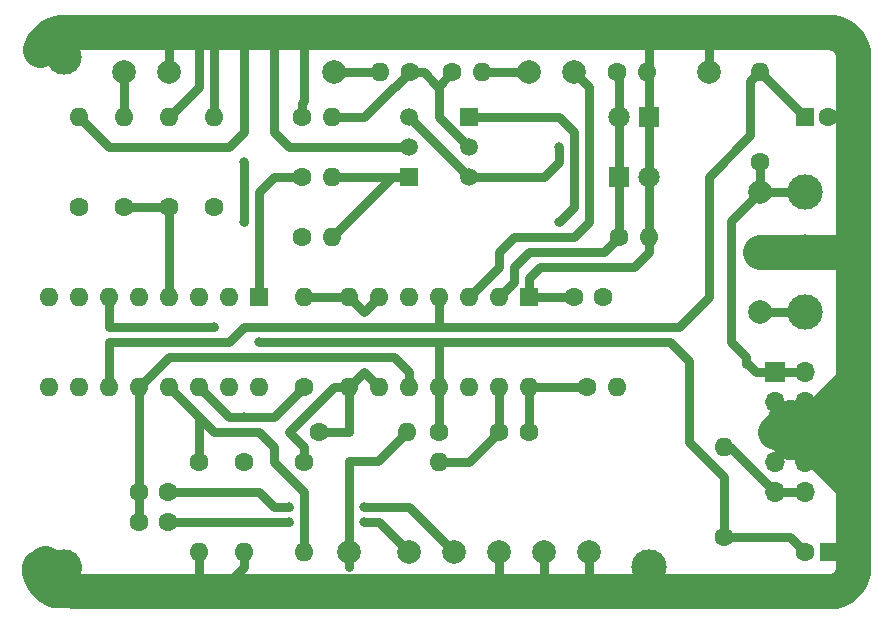
<source format=gbr>
G04 #@! TF.GenerationSoftware,KiCad,Pcbnew,(5.1.0-0)*
G04 #@! TF.CreationDate,2019-04-30T17:26:27+01:00*
G04 #@! TF.ProjectId,MS20filter,4d533230-6669-46c7-9465-722e6b696361,rev?*
G04 #@! TF.SameCoordinates,Original*
G04 #@! TF.FileFunction,Copper,L2,Bot*
G04 #@! TF.FilePolarity,Positive*
%FSLAX46Y46*%
G04 Gerber Fmt 4.6, Leading zero omitted, Abs format (unit mm)*
G04 Created by KiCad (PCBNEW (5.1.0-0)) date 2019-04-30 17:26:27*
%MOMM*%
%LPD*%
G04 APERTURE LIST*
%ADD10C,3.000000*%
%ADD11O,1.600000X1.600000*%
%ADD12C,1.600000*%
%ADD13C,1.998980*%
%ADD14C,1.500000*%
%ADD15R,1.500000X1.500000*%
%ADD16R,1.800000X1.800000*%
%ADD17C,1.800000*%
%ADD18R,1.600000X1.600000*%
%ADD19R,1.700000X1.700000*%
%ADD20O,1.700000X1.700000*%
%ADD21C,0.800000*%
%ADD22C,3.000000*%
%ADD23C,0.750000*%
G04 APERTURE END LIST*
D10*
X196850000Y-31750000D03*
X196850000Y-74930000D03*
X246380000Y-74930000D03*
D11*
X225940000Y-63500000D03*
D12*
X218440000Y-63500000D03*
D13*
X251460000Y-33020000D03*
X241300000Y-73660000D03*
X237490000Y-73660000D03*
X201930000Y-33020000D03*
D12*
X205700000Y-71120000D03*
X203200000Y-71120000D03*
D13*
X229870000Y-73660000D03*
X233680000Y-73660000D03*
X226060000Y-73660000D03*
D12*
X198120000Y-44450000D03*
D11*
X198120000Y-36830000D03*
D12*
X217070000Y-46990000D03*
D11*
X219610000Y-46990000D03*
D12*
X208280000Y-66040000D03*
D11*
X208280000Y-73660000D03*
D12*
X212090000Y-66040000D03*
D11*
X212090000Y-73660000D03*
X217170000Y-73660000D03*
D12*
X217170000Y-66040000D03*
D13*
X205740000Y-33020000D03*
D11*
X201930000Y-36830000D03*
D12*
X201930000Y-44450000D03*
D11*
X209550000Y-36830000D03*
D12*
X209550000Y-44450000D03*
X205740000Y-44450000D03*
D11*
X205740000Y-36830000D03*
X219540000Y-41910000D03*
D12*
X217000000Y-41910000D03*
D11*
X219540000Y-36830000D03*
D12*
X217000000Y-36830000D03*
D13*
X219710000Y-33020000D03*
X236220000Y-33020000D03*
D12*
X226160000Y-33020000D03*
D11*
X223620000Y-33020000D03*
D12*
X229770000Y-33020000D03*
D11*
X232310000Y-33020000D03*
X243740000Y-59690000D03*
D12*
X241200000Y-59690000D03*
X228600000Y-63500000D03*
D11*
X228600000Y-66040000D03*
D14*
X231140000Y-39370000D03*
X231140000Y-41910000D03*
D15*
X231140000Y-36830000D03*
X226060000Y-41910000D03*
D14*
X226060000Y-36830000D03*
X226060000Y-39370000D03*
D12*
X217170000Y-59690000D03*
D11*
X217170000Y-52070000D03*
D13*
X240030000Y-33020000D03*
D12*
X243740000Y-33020000D03*
D11*
X246280000Y-33020000D03*
D16*
X246380000Y-36830000D03*
D17*
X243840000Y-36830000D03*
X246380000Y-41910000D03*
D16*
X243840000Y-41910000D03*
D11*
X246380000Y-46990000D03*
D12*
X243840000Y-46990000D03*
D13*
X220980000Y-73660000D03*
D12*
X233720000Y-63500000D03*
X236220000Y-63500000D03*
X242530000Y-52070000D03*
X240030000Y-52070000D03*
X203200000Y-68580000D03*
X205700000Y-68580000D03*
D11*
X213360000Y-59690000D03*
X195580000Y-52070000D03*
X210820000Y-59690000D03*
X198120000Y-52070000D03*
X208280000Y-59690000D03*
X200660000Y-52070000D03*
X205740000Y-59690000D03*
X203200000Y-52070000D03*
X203200000Y-59690000D03*
X205740000Y-52070000D03*
X200660000Y-59690000D03*
X208280000Y-52070000D03*
X198120000Y-59690000D03*
X210820000Y-52070000D03*
X195580000Y-59690000D03*
D18*
X213360000Y-52070000D03*
D11*
X236220000Y-59690000D03*
X220980000Y-52070000D03*
X233680000Y-59690000D03*
X223520000Y-52070000D03*
X231140000Y-59690000D03*
X226060000Y-52070000D03*
X228600000Y-59690000D03*
X228600000Y-52070000D03*
X226060000Y-59690000D03*
X231140000Y-52070000D03*
X223520000Y-59690000D03*
X233680000Y-52070000D03*
X220980000Y-59690000D03*
D18*
X236220000Y-52070000D03*
D11*
X255800000Y-33020000D03*
D12*
X255800000Y-40640000D03*
D18*
X261620000Y-73660000D03*
D12*
X259620000Y-73660000D03*
D19*
X257070000Y-58420000D03*
D20*
X259610000Y-58420000D03*
X257070000Y-60960000D03*
X259610000Y-60960000D03*
X257070000Y-63500000D03*
X259610000Y-63500000D03*
X257070000Y-66040000D03*
X259610000Y-66040000D03*
X257070000Y-68580000D03*
X259610000Y-68580000D03*
D10*
X259610000Y-53340000D03*
X259610000Y-48260000D03*
X259610000Y-43180000D03*
D13*
X255800000Y-53340000D03*
X255800000Y-48260000D03*
D12*
X261610000Y-36830000D03*
D18*
X259610000Y-36830000D03*
D11*
X252730000Y-64770000D03*
D12*
X252730000Y-72390000D03*
D13*
X255800000Y-43180000D03*
D21*
X209550000Y-54610000D03*
X213360000Y-55880000D03*
X231140000Y-66040000D03*
X238760000Y-45720000D03*
X238760000Y-39370000D03*
X212090000Y-62230000D03*
X212090000Y-45720000D03*
X212090000Y-40640000D03*
X215900000Y-69850000D03*
X215900000Y-71120000D03*
X222250000Y-69850000D03*
X222250000Y-71120000D03*
D22*
X257919999Y-62650001D02*
X257919999Y-62339999D01*
X257070000Y-63500000D02*
X257919999Y-62650001D01*
X258230001Y-62339999D02*
X258340000Y-62230000D01*
X257919999Y-62339999D02*
X258230001Y-62339999D01*
D23*
X259610000Y-53340000D02*
X255800000Y-53340000D01*
X257070000Y-58420000D02*
X259610000Y-58420000D01*
X257070000Y-68580000D02*
X259610000Y-68580000D01*
X257070000Y-68580000D02*
X253260000Y-64770000D01*
X255800000Y-40640000D02*
X255800000Y-43180000D01*
X255800000Y-43180000D02*
X259610000Y-43180000D01*
X258075000Y-35295000D02*
X259610000Y-36830000D01*
X255800000Y-33020000D02*
X258075000Y-35295000D01*
X257070000Y-58420000D02*
X255470000Y-58420000D01*
X258350000Y-72390000D02*
X259620000Y-73660000D01*
X252730000Y-72390000D02*
X258350000Y-72390000D01*
X261620000Y-73660000D02*
X264160000Y-73660000D01*
X246380000Y-54610000D02*
X247650000Y-54610000D01*
X247650000Y-54610000D02*
X248920000Y-54610000D01*
X228600000Y-52070000D02*
X228600000Y-54610000D01*
X247650000Y-54610000D02*
X228600000Y-54610000D01*
X209550000Y-54610000D02*
X209550000Y-54610000D01*
X212090000Y-54610000D02*
X210820000Y-55880000D01*
X213360000Y-55880000D02*
X213360000Y-55880000D01*
X200660000Y-55880000D02*
X200660000Y-59690000D01*
X210820000Y-55880000D02*
X200660000Y-55880000D01*
X228600000Y-55880000D02*
X228600000Y-59690000D01*
X209550000Y-54610000D02*
X200660000Y-54610000D01*
X200660000Y-54610000D02*
X200660000Y-52070000D01*
X203200000Y-59690000D02*
X203200000Y-63500000D01*
X203200000Y-59690000D02*
X205740000Y-57150000D01*
X224790000Y-57150000D02*
X226060000Y-58420000D01*
X226060000Y-58420000D02*
X226060000Y-59690000D01*
X223520000Y-59690000D02*
X222250000Y-58420000D01*
X222250000Y-58420000D02*
X220980000Y-59690000D01*
X236220000Y-52070000D02*
X240030000Y-52070000D01*
X236220000Y-59690000D02*
X236220000Y-63500000D01*
X233720000Y-59730000D02*
X233680000Y-59690000D01*
X233720000Y-63500000D02*
X233720000Y-59730000D01*
X220980000Y-63500000D02*
X220980000Y-59690000D01*
X220980000Y-66000000D02*
X220980000Y-74930000D01*
X243840000Y-46990000D02*
X243840000Y-36830000D01*
X246380000Y-36830000D02*
X246380000Y-46990000D01*
X243840000Y-33120000D02*
X243740000Y-33020000D01*
X243840000Y-36830000D02*
X243840000Y-33120000D01*
X246380000Y-36830000D02*
X246380000Y-29210000D01*
X236220000Y-50520000D02*
X237210000Y-49530000D01*
X236220000Y-52070000D02*
X236220000Y-50520000D01*
X237210000Y-49530000D02*
X245110000Y-49530000D01*
X245110000Y-49530000D02*
X246380000Y-48260000D01*
X246380000Y-48260000D02*
X246380000Y-46990000D01*
X243840000Y-46990000D02*
X242570000Y-48260000D01*
X242570000Y-48260000D02*
X236220000Y-48260000D01*
X236220000Y-48260000D02*
X234950000Y-49530000D01*
X234950000Y-50800000D02*
X233680000Y-52070000D01*
X234950000Y-49530000D02*
X234950000Y-50800000D01*
X220980000Y-52070000D02*
X222250000Y-53340000D01*
X222250000Y-53340000D02*
X223520000Y-52070000D01*
X231140000Y-52070000D02*
X233680000Y-49530000D01*
X233680000Y-49530000D02*
X233680000Y-48260000D01*
X233680000Y-48260000D02*
X234950000Y-46990000D01*
X234950000Y-46990000D02*
X240030000Y-46990000D01*
X240030000Y-46990000D02*
X241300000Y-45720000D01*
X241300000Y-45720000D02*
X241300000Y-34290000D01*
X241300000Y-34290000D02*
X240030000Y-33020000D01*
X212090000Y-54610000D02*
X228600000Y-54610000D01*
X213360000Y-55880000D02*
X228600000Y-55880000D01*
X205740000Y-57150000D02*
X224790000Y-57150000D01*
X228600000Y-59690000D02*
X228600000Y-63500000D01*
X231180000Y-66040000D02*
X233720000Y-63500000D01*
X228600000Y-66040000D02*
X231140000Y-66040000D01*
X231140000Y-66040000D02*
X231180000Y-66040000D01*
X238760000Y-45720000D02*
X240030000Y-44450000D01*
X240030000Y-44450000D02*
X240030000Y-38100000D01*
X240030000Y-38100000D02*
X238760000Y-36830000D01*
X238760000Y-36830000D02*
X231140000Y-36830000D01*
X231140000Y-41910000D02*
X226060000Y-36830000D01*
X236220000Y-59690000D02*
X241200000Y-59690000D01*
X231140000Y-41910000D02*
X237490000Y-41910000D01*
X237490000Y-41910000D02*
X238760000Y-40640000D01*
X238760000Y-40640000D02*
X238760000Y-39370000D01*
X228600000Y-34190000D02*
X229770000Y-33020000D01*
X228600000Y-36830000D02*
X228600000Y-34190000D01*
X231140000Y-39370000D02*
X228600000Y-36830000D01*
X228600000Y-34190000D02*
X228500000Y-34190000D01*
X227330000Y-33020000D02*
X226160000Y-33020000D01*
X228500000Y-34190000D02*
X227330000Y-33020000D01*
X223620000Y-33020000D02*
X219710000Y-33020000D01*
X232310000Y-33020000D02*
X236220000Y-33020000D01*
X222250000Y-36830000D02*
X219540000Y-36830000D01*
X224790000Y-34290000D02*
X222250000Y-36830000D01*
X224890000Y-34290000D02*
X224790000Y-34290000D01*
X226160000Y-33020000D02*
X224890000Y-34290000D01*
X217000000Y-35698630D02*
X217170000Y-35528630D01*
X217000000Y-36830000D02*
X217000000Y-35698630D01*
X217170000Y-35528630D02*
X217170000Y-29210000D01*
X226060000Y-39370000D02*
X215900000Y-39370000D01*
X215900000Y-39370000D02*
X214630000Y-38100000D01*
X214630000Y-38100000D02*
X214630000Y-29210000D01*
X217000000Y-41910000D02*
X214630000Y-41910000D01*
X214630000Y-41910000D02*
X213360000Y-43180000D01*
X213360000Y-43180000D02*
X213360000Y-52070000D01*
X205740000Y-52070000D02*
X205740000Y-49530000D01*
X205740000Y-45720000D02*
X205740000Y-49530000D01*
X205740000Y-44450000D02*
X205740000Y-45720000D01*
X209550000Y-36830000D02*
X209550000Y-30480000D01*
X209550000Y-30480000D02*
X209550000Y-29210000D01*
X214630000Y-62230000D02*
X217170000Y-59690000D01*
X208280000Y-59690000D02*
X210820000Y-62230000D01*
X210820000Y-62230000D02*
X212090000Y-62230000D01*
X217170000Y-52070000D02*
X220980000Y-52070000D01*
X201930000Y-44450000D02*
X205740000Y-44450000D01*
X201930000Y-36830000D02*
X201930000Y-33020000D01*
X213360000Y-63500000D02*
X209550000Y-63500000D01*
X217170000Y-68580000D02*
X214630000Y-66040000D01*
X214630000Y-64770000D02*
X213360000Y-63500000D01*
X214630000Y-66040000D02*
X214630000Y-64770000D01*
X217170000Y-72390000D02*
X217170000Y-68580000D01*
X217170000Y-72390000D02*
X217170000Y-73660000D01*
X212090000Y-62230000D02*
X214630000Y-62230000D01*
X208280000Y-62230000D02*
X208280000Y-66040000D01*
X209550000Y-63500000D02*
X208280000Y-62230000D01*
X208280000Y-62230000D02*
X205740000Y-59690000D01*
X224690000Y-41910000D02*
X224790000Y-41910000D01*
X219610000Y-46990000D02*
X224690000Y-41910000D01*
X224790000Y-41910000D02*
X219540000Y-41910000D01*
X226060000Y-41910000D02*
X224790000Y-41910000D01*
X198120000Y-36830000D02*
X200660000Y-39370000D01*
X200660000Y-39370000D02*
X209550000Y-39370000D01*
X209550000Y-39370000D02*
X210820000Y-39370000D01*
X210820000Y-39370000D02*
X212090000Y-38100000D01*
X212090000Y-38100000D02*
X212090000Y-29210000D01*
X212090000Y-40640000D02*
X212090000Y-45720000D01*
D22*
X196850000Y-74930000D02*
X194765240Y-74930000D01*
X195116590Y-76088238D02*
X195155399Y-76144312D01*
X195079612Y-76030886D02*
X195116590Y-76088238D01*
X195044529Y-75972353D02*
X195079612Y-76030886D01*
X195011406Y-75912752D02*
X195044529Y-75972353D01*
X194980241Y-75852077D02*
X195011406Y-75912752D01*
X194951060Y-75790379D02*
X194980241Y-75852077D01*
X194923928Y-75727793D02*
X194951060Y-75790379D01*
X194898860Y-75664356D02*
X194923928Y-75727793D01*
X194875872Y-75600107D02*
X194898860Y-75664356D01*
X194855000Y-75535146D02*
X194875872Y-75600107D01*
X194836272Y-75469563D02*
X194855000Y-75535146D01*
X194819696Y-75403386D02*
X194836272Y-75469563D01*
X194805292Y-75336689D02*
X194819696Y-75403386D01*
X194766356Y-74998229D02*
X194769702Y-75066335D01*
X194793085Y-75269600D02*
X194805292Y-75336689D01*
X194783073Y-75202097D02*
X194793085Y-75269600D01*
X194775275Y-75134310D02*
X194783073Y-75202097D01*
X194769702Y-75066335D02*
X194775275Y-75134310D01*
X195196039Y-76199110D02*
X195238448Y-76252544D01*
X195155399Y-76144312D02*
X195196039Y-76199110D01*
X194765240Y-74930000D02*
X194766356Y-74998229D01*
X195989623Y-76828940D02*
X196052192Y-76856065D01*
X195927927Y-76799760D02*
X195989623Y-76828940D01*
X195867249Y-76768593D02*
X195927927Y-76799760D01*
X195807633Y-76735462D02*
X195867249Y-76768593D01*
X195238448Y-76252544D02*
X195527453Y-76541549D01*
X195580882Y-76583953D02*
X195635689Y-76624601D01*
X195635689Y-76624601D02*
X195691743Y-76663397D01*
X195749099Y-76700378D02*
X195807633Y-76735462D01*
X195691743Y-76663397D02*
X195749099Y-76700378D01*
X195527453Y-76541549D02*
X195580882Y-76583953D01*
X197506065Y-76856065D02*
X197664990Y-77014990D01*
X196052192Y-76856065D02*
X197506065Y-76856065D01*
X197664990Y-77014990D02*
X199390000Y-77014990D01*
X242114990Y-77014990D02*
X248920000Y-77014990D01*
X262834322Y-76624592D02*
X262889120Y-76583951D01*
X262662365Y-76735463D02*
X262720882Y-76700390D01*
X262354364Y-76881136D02*
X262417789Y-76856073D01*
X262026696Y-76974705D02*
X262093399Y-76960299D01*
X261959604Y-76986913D02*
X262026696Y-76974705D01*
X261892096Y-76996926D02*
X261959604Y-76986913D01*
X262290120Y-76904122D02*
X262354364Y-76881136D01*
X261824284Y-77004727D02*
X261892096Y-76996926D01*
X262225160Y-76924994D02*
X262290120Y-76904122D01*
X261756334Y-77010298D02*
X261824284Y-77004727D01*
X262889120Y-76583951D02*
X262942562Y-76541536D01*
X262159582Y-76943721D02*
X262225160Y-76924994D01*
X261688230Y-77013643D02*
X261756334Y-77010298D01*
X262778230Y-76663414D02*
X262834322Y-76624592D01*
X262602742Y-76768598D02*
X262662365Y-76735463D01*
X262480373Y-76828942D02*
X262542074Y-76799760D01*
X248920000Y-77014990D02*
X261605889Y-77014990D01*
X262417789Y-76856073D02*
X262480373Y-76828942D01*
X261605889Y-77014990D02*
X261688230Y-77013643D01*
X262720882Y-76700390D02*
X262778230Y-76663414D01*
X262542074Y-76799760D02*
X262602742Y-76768598D01*
X262093399Y-76960299D02*
X262159582Y-76943721D01*
X263458599Y-75912738D02*
X263489762Y-75852069D01*
X263425469Y-75972353D02*
X263458599Y-75912738D01*
X263390400Y-76030863D02*
X263425469Y-75972353D01*
X263353399Y-76088251D02*
X263390400Y-76030863D01*
X262942562Y-76541536D02*
X263231542Y-76252555D01*
X263273951Y-76199120D02*
X263314598Y-76144314D01*
X263314598Y-76144314D02*
X263353399Y-76088251D01*
X263231542Y-76252555D02*
X263273951Y-76199120D01*
X263676912Y-75269601D02*
X263686925Y-75202093D01*
X263686925Y-75202093D02*
X263694724Y-75134300D01*
X263633722Y-75469574D02*
X263650302Y-75403381D01*
X263614997Y-75535148D02*
X263633722Y-75469574D01*
X263571135Y-75664363D02*
X263594127Y-75600103D01*
X263518930Y-75790398D02*
X263546069Y-75727796D01*
X263664705Y-75336691D02*
X263676912Y-75269601D01*
X263650302Y-75403381D02*
X263664705Y-75336691D01*
X263594127Y-75600103D02*
X263614997Y-75535148D01*
X263546069Y-75727796D02*
X263571135Y-75664363D01*
X263489762Y-75852069D02*
X263518930Y-75790398D01*
X263094146Y-30275851D02*
X263045129Y-30228412D01*
X263141592Y-30324875D02*
X263094146Y-30275851D01*
X263187405Y-30375422D02*
X263141592Y-30324875D01*
X263231536Y-30427437D02*
X263187405Y-30375422D01*
X263273951Y-30480879D02*
X263231536Y-30427437D01*
X263314592Y-30535677D02*
X263273951Y-30480879D01*
X263353405Y-30591756D02*
X263314592Y-30535677D01*
X263458604Y-30767268D02*
X263425468Y-30707643D01*
X263390388Y-30649115D02*
X263353405Y-30591756D01*
X263425468Y-30707643D02*
X263390388Y-30649115D01*
X263489760Y-30827925D02*
X263458604Y-30767268D01*
X263518942Y-30889626D02*
X263489760Y-30827925D01*
X263594122Y-31079879D02*
X263571136Y-31015635D01*
X263571136Y-31015635D02*
X263546073Y-30952210D01*
X263633721Y-31210417D02*
X263614994Y-31144839D01*
X263703643Y-31681769D02*
X263700298Y-31613665D01*
X263650299Y-31276600D02*
X263633721Y-31210417D01*
X263664705Y-31343303D02*
X263650299Y-31276600D01*
X263694724Y-75134300D02*
X263694724Y-74125276D01*
X263686926Y-31477903D02*
X263676913Y-31410395D01*
X263676913Y-31410395D02*
X263664705Y-31343303D01*
X263694724Y-74125276D02*
X263704990Y-74115010D01*
X263694727Y-31545715D02*
X263686926Y-31477903D01*
X263546073Y-30952210D02*
X263518942Y-30889626D01*
X263614994Y-31144839D02*
X263594122Y-31079879D01*
X263704990Y-31764110D02*
X263703643Y-31681769D01*
X263700298Y-31613665D02*
X263694727Y-31545715D01*
X261892099Y-29683075D02*
X261824291Y-29675275D01*
X261959589Y-29693085D02*
X261892099Y-29683075D01*
X262026705Y-29705297D02*
X261959589Y-29693085D01*
X262093388Y-29719698D02*
X262026705Y-29705297D01*
X262159563Y-29736274D02*
X262093388Y-29719698D01*
X262225164Y-29755007D02*
X262159563Y-29736274D01*
X262290105Y-29775872D02*
X262225164Y-29755007D01*
X262354352Y-29798860D02*
X262290105Y-29775872D01*
X262417800Y-29823932D02*
X262354352Y-29798860D01*
X262480380Y-29851061D02*
X262417800Y-29823932D01*
X262542085Y-29880245D02*
X262480380Y-29851061D01*
X262602753Y-29911407D02*
X262542085Y-29880245D01*
X262662365Y-29944536D02*
X262602753Y-29911407D01*
X263045129Y-30228412D02*
X262994575Y-30182593D01*
X262889121Y-30096048D02*
X262834327Y-30055411D01*
X262720879Y-29979608D02*
X262662365Y-29944536D01*
X262778232Y-30016587D02*
X262720879Y-29979608D01*
X262994575Y-30182593D02*
X262942550Y-30138453D01*
X262834327Y-30055411D02*
X262778232Y-30016587D01*
X262942550Y-30138453D02*
X262889121Y-30096048D01*
X196510395Y-29693086D02*
X196443303Y-29705294D01*
X196443303Y-29705294D02*
X196376600Y-29719700D01*
X195989626Y-29851057D02*
X195927925Y-29880239D01*
X196052210Y-29823926D02*
X195989626Y-29851057D01*
X196115635Y-29798863D02*
X196052210Y-29823926D01*
X196179879Y-29775877D02*
X196115635Y-29798863D01*
X196244839Y-29755005D02*
X196179879Y-29775877D01*
X196376600Y-29719700D02*
X196310417Y-29736278D01*
X195867268Y-29911395D02*
X195807643Y-29944531D01*
X196310417Y-29736278D02*
X196244839Y-29755005D01*
X196713665Y-29669701D02*
X196645715Y-29675272D01*
X196577903Y-29683073D02*
X196510395Y-29693086D01*
X244305275Y-29675275D02*
X244295010Y-29665010D01*
X196781769Y-29666356D02*
X196713665Y-29669701D01*
X196864091Y-29665010D02*
X196781769Y-29666356D01*
X196645715Y-29675272D02*
X196577903Y-29683073D01*
X195927925Y-29880239D02*
X195867268Y-29911395D01*
X195044533Y-30707641D02*
X195807643Y-29944531D01*
X195011407Y-30767248D02*
X195044533Y-30707641D01*
X194980247Y-30827912D02*
X195011407Y-30767248D01*
X194951069Y-30889602D02*
X194980247Y-30827912D01*
X194923936Y-30952189D02*
X194951069Y-30889602D01*
X194898870Y-31015619D02*
X194923936Y-30952189D01*
X194875884Y-31079861D02*
X194898870Y-31015619D01*
X194855017Y-31144804D02*
X194875884Y-31079861D01*
X194836274Y-31210436D02*
X194855017Y-31144804D01*
X255800000Y-48260000D02*
X262890000Y-48260000D01*
X263704990Y-49074990D02*
X263704990Y-31764110D01*
X262890000Y-48260000D02*
X263704990Y-49074990D01*
X263249980Y-63500000D02*
X263704990Y-63044990D01*
X257070000Y-63500000D02*
X263249980Y-63500000D01*
X257070000Y-63500000D02*
X259080000Y-63500000D01*
X259080000Y-63500000D02*
X263704990Y-68124990D01*
X263704990Y-68124990D02*
X263704990Y-63044990D01*
X263704990Y-74115010D02*
X263704990Y-68124990D01*
X257070000Y-63500000D02*
X259439980Y-63500000D01*
X263704990Y-59234990D02*
X263704990Y-49074990D01*
X259439980Y-63500000D02*
X263704990Y-59234990D01*
X263704990Y-63044990D02*
X263704990Y-59234990D01*
X259610000Y-63500000D02*
X258760001Y-64349999D01*
X258230001Y-64349999D02*
X258760001Y-64349999D01*
X199390000Y-77014990D02*
X205284990Y-77014990D01*
D23*
X208280000Y-73660000D02*
X208280000Y-76200000D01*
X208280000Y-76200000D02*
X209094990Y-77014990D01*
D22*
X205284990Y-77014990D02*
X209094990Y-77014990D01*
D23*
X212090000Y-73660000D02*
X212090000Y-74930000D01*
X212090000Y-74930000D02*
X210005010Y-77014990D01*
D22*
X210005010Y-77014990D02*
X218440000Y-77014990D01*
X209094990Y-77014990D02*
X210005010Y-77014990D01*
D23*
X249820000Y-57520000D02*
X249820000Y-64400000D01*
X248180000Y-55880000D02*
X249820000Y-57520000D01*
X252730000Y-67310000D02*
X252730000Y-72390000D01*
X249820000Y-64400000D02*
X252730000Y-67310000D01*
X228600000Y-55880000D02*
X248180000Y-55880000D01*
D22*
X195238448Y-76252544D02*
X195238448Y-74588448D01*
D23*
X203200000Y-63500000D02*
X203200000Y-71120000D01*
X205700000Y-68580000D02*
X213360000Y-68580000D01*
X213360000Y-68580000D02*
X214630000Y-69850000D01*
X214630000Y-69850000D02*
X215900000Y-69850000D01*
X215900000Y-69850000D02*
X215900000Y-69850000D01*
X205700000Y-71120000D02*
X215900000Y-71120000D01*
X226060000Y-69850000D02*
X229870000Y-73660000D01*
X222250000Y-69850000D02*
X226060000Y-69850000D01*
X223520000Y-71120000D02*
X226060000Y-73660000D01*
X222250000Y-71120000D02*
X223520000Y-71120000D01*
X233680000Y-76559980D02*
X233224990Y-77014990D01*
X233680000Y-73660000D02*
X233680000Y-76559980D01*
D22*
X218440000Y-77014990D02*
X233224990Y-77014990D01*
D23*
X208280000Y-34290000D02*
X208280000Y-30480000D01*
X205740000Y-36830000D02*
X208280000Y-34290000D01*
X208280000Y-30480000D02*
X207465010Y-29665010D01*
D22*
X244295010Y-29665010D02*
X207465010Y-29665010D01*
D23*
X237490000Y-73660000D02*
X237490000Y-76200000D01*
X237490000Y-76200000D02*
X236675010Y-77014990D01*
D22*
X236675010Y-77014990D02*
X242114990Y-77014990D01*
X233224990Y-77014990D02*
X236675010Y-77014990D01*
D23*
X241300000Y-76200000D02*
X242114990Y-77014990D01*
X241300000Y-73660000D02*
X241300000Y-76200000D01*
X251460000Y-33020000D02*
X251460000Y-30140550D01*
D22*
X251925275Y-29675275D02*
X244305275Y-29675275D01*
D23*
X251460000Y-30140550D02*
X251925275Y-29675275D01*
D22*
X261824291Y-29675275D02*
X251925275Y-29675275D01*
D23*
X215900000Y-63500000D02*
X219710000Y-59690000D01*
X217170000Y-64770000D02*
X215900000Y-63500000D01*
X219710000Y-59690000D02*
X220980000Y-59690000D01*
X217170000Y-66040000D02*
X217170000Y-64770000D01*
X220980000Y-63500000D02*
X218440000Y-63500000D01*
X223440000Y-66000000D02*
X225940000Y-63500000D01*
X220980000Y-66000000D02*
X223440000Y-66000000D01*
X205740000Y-30480000D02*
X204925010Y-29665010D01*
D22*
X204925010Y-29665010D02*
X196864091Y-29665010D01*
D23*
X205740000Y-33020000D02*
X205740000Y-30480000D01*
D22*
X207465010Y-29665010D02*
X204925010Y-29665010D01*
D23*
X254835000Y-57785000D02*
X255470000Y-58420000D01*
X254635000Y-57785000D02*
X254835000Y-57785000D01*
X254635000Y-57785000D02*
X254635000Y-57150000D01*
X254635000Y-57150000D02*
X253365000Y-55880000D01*
X253365000Y-45615000D02*
X255800000Y-43180000D01*
X253365000Y-55880000D02*
X253365000Y-45615000D01*
X255000001Y-33819999D02*
X255000001Y-38369999D01*
X255800000Y-33020000D02*
X255000001Y-33819999D01*
X255000001Y-38369999D02*
X251460000Y-41910000D01*
X251460000Y-52070000D02*
X248920000Y-54610000D01*
X251460000Y-41910000D02*
X251460000Y-52070000D01*
M02*

</source>
